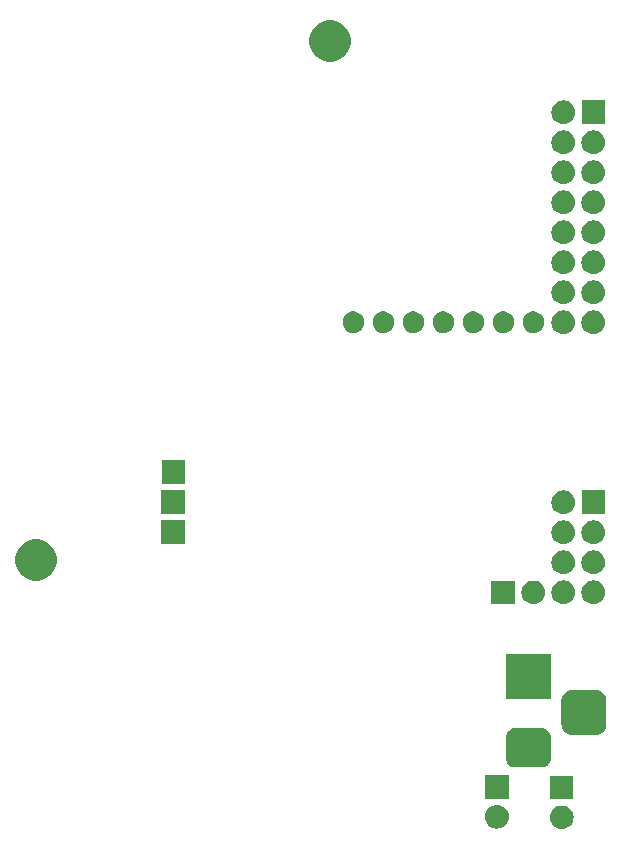
<source format=gbr>
G04 #@! TF.GenerationSoftware,KiCad,Pcbnew,5.0.2+dfsg1-1~bpo9+1*
G04 #@! TF.CreationDate,2019-07-09T17:18:54+02:00*
G04 #@! TF.ProjectId,sensoricnet_shield,73656e73-6f72-4696-936e-65745f736869,1.0*
G04 #@! TF.SameCoordinates,Original*
G04 #@! TF.FileFunction,Soldermask,Bot*
G04 #@! TF.FilePolarity,Negative*
%FSLAX46Y46*%
G04 Gerber Fmt 4.6, Leading zero omitted, Abs format (unit mm)*
G04 Created by KiCad (PCBNEW 5.0.2+dfsg1-1~bpo9+1) date Tue 09 Jul 2019 05:18:54 PM CEST*
%MOMM*%
%LPD*%
G01*
G04 APERTURE LIST*
%ADD10C,0.100000*%
G04 APERTURE END LIST*
D10*
G36*
X191173550Y-123179829D02*
X191173553Y-123179830D01*
X191173554Y-123179830D01*
X191362055Y-123237011D01*
X191362057Y-123237012D01*
X191535780Y-123329869D01*
X191688048Y-123454832D01*
X191813011Y-123607100D01*
X191905868Y-123780823D01*
X191963051Y-123969330D01*
X191982358Y-124165360D01*
X191963051Y-124361390D01*
X191905868Y-124549897D01*
X191813011Y-124723620D01*
X191688048Y-124875888D01*
X191535780Y-125000851D01*
X191535778Y-125000852D01*
X191362055Y-125093709D01*
X191173554Y-125150890D01*
X191173553Y-125150890D01*
X191173550Y-125150891D01*
X191026644Y-125165360D01*
X190928396Y-125165360D01*
X190781490Y-125150891D01*
X190781487Y-125150890D01*
X190781486Y-125150890D01*
X190592985Y-125093709D01*
X190419262Y-125000852D01*
X190419260Y-125000851D01*
X190266992Y-124875888D01*
X190142029Y-124723620D01*
X190049172Y-124549897D01*
X189991989Y-124361390D01*
X189972682Y-124165360D01*
X189991989Y-123969330D01*
X190049172Y-123780823D01*
X190142029Y-123607100D01*
X190266992Y-123454832D01*
X190419260Y-123329869D01*
X190592983Y-123237012D01*
X190592985Y-123237011D01*
X190781486Y-123179830D01*
X190781487Y-123179830D01*
X190781490Y-123179829D01*
X190928396Y-123165360D01*
X191026644Y-123165360D01*
X191173550Y-123179829D01*
X191173550Y-123179829D01*
G37*
G36*
X185687150Y-123129029D02*
X185687153Y-123129030D01*
X185687154Y-123129030D01*
X185875655Y-123186211D01*
X185875657Y-123186212D01*
X186049380Y-123279069D01*
X186201648Y-123404032D01*
X186326611Y-123556300D01*
X186419468Y-123730023D01*
X186476651Y-123918530D01*
X186495958Y-124114560D01*
X186476651Y-124310590D01*
X186419468Y-124499097D01*
X186326611Y-124672820D01*
X186201648Y-124825088D01*
X186049380Y-124950051D01*
X186049378Y-124950052D01*
X185875655Y-125042909D01*
X185687154Y-125100090D01*
X185687153Y-125100090D01*
X185687150Y-125100091D01*
X185540244Y-125114560D01*
X185441996Y-125114560D01*
X185295090Y-125100091D01*
X185295087Y-125100090D01*
X185295086Y-125100090D01*
X185106585Y-125042909D01*
X184932862Y-124950052D01*
X184932860Y-124950051D01*
X184780592Y-124825088D01*
X184655629Y-124672820D01*
X184562772Y-124499097D01*
X184505589Y-124310590D01*
X184486282Y-124114560D01*
X184505589Y-123918530D01*
X184562772Y-123730023D01*
X184655629Y-123556300D01*
X184780592Y-123404032D01*
X184932860Y-123279069D01*
X185106583Y-123186212D01*
X185106585Y-123186211D01*
X185295086Y-123129030D01*
X185295087Y-123129030D01*
X185295090Y-123129029D01*
X185441996Y-123114560D01*
X185540244Y-123114560D01*
X185687150Y-123129029D01*
X185687150Y-123129029D01*
G37*
G36*
X191977520Y-122625360D02*
X189977520Y-122625360D01*
X189977520Y-120625360D01*
X191977520Y-120625360D01*
X191977520Y-122625360D01*
X191977520Y-122625360D01*
G37*
G36*
X186491120Y-122574560D02*
X184491120Y-122574560D01*
X184491120Y-120574560D01*
X186491120Y-120574560D01*
X186491120Y-122574560D01*
X186491120Y-122574560D01*
G37*
G36*
X189443255Y-116640604D02*
X189586187Y-116683962D01*
X189717908Y-116754368D01*
X189833361Y-116849119D01*
X189928112Y-116964572D01*
X189998518Y-117096293D01*
X190041876Y-117239225D01*
X190057120Y-117394000D01*
X190057120Y-119156720D01*
X190041876Y-119311495D01*
X189998518Y-119454427D01*
X189928112Y-119586148D01*
X189833361Y-119701601D01*
X189717908Y-119796352D01*
X189586187Y-119866758D01*
X189443255Y-119910116D01*
X189288480Y-119925360D01*
X187025760Y-119925360D01*
X186870985Y-119910116D01*
X186728053Y-119866758D01*
X186596332Y-119796352D01*
X186480879Y-119701601D01*
X186386128Y-119586148D01*
X186315722Y-119454427D01*
X186272364Y-119311495D01*
X186257120Y-119156720D01*
X186257120Y-117394000D01*
X186272364Y-117239225D01*
X186315722Y-117096293D01*
X186386128Y-116964572D01*
X186480879Y-116849119D01*
X186596332Y-116754368D01*
X186728053Y-116683962D01*
X186870985Y-116640604D01*
X187025760Y-116625360D01*
X189288480Y-116625360D01*
X189443255Y-116640604D01*
X189443255Y-116640604D01*
G37*
G36*
X194042641Y-113393006D02*
X194209022Y-113443477D01*
X194362355Y-113525435D01*
X194496750Y-113635730D01*
X194607045Y-113770125D01*
X194689003Y-113923458D01*
X194739474Y-114089839D01*
X194757120Y-114269000D01*
X194757120Y-116281720D01*
X194739474Y-116460881D01*
X194689003Y-116627262D01*
X194607045Y-116780595D01*
X194496750Y-116914990D01*
X194362355Y-117025285D01*
X194209022Y-117107243D01*
X194042641Y-117157714D01*
X193863480Y-117175360D01*
X191850760Y-117175360D01*
X191671599Y-117157714D01*
X191505218Y-117107243D01*
X191351885Y-117025285D01*
X191217490Y-116914990D01*
X191107195Y-116780595D01*
X191025237Y-116627262D01*
X190974766Y-116460881D01*
X190957120Y-116281720D01*
X190957120Y-114269000D01*
X190974766Y-114089839D01*
X191025237Y-113923458D01*
X191107195Y-113770125D01*
X191217490Y-113635730D01*
X191351885Y-113525435D01*
X191505218Y-113443477D01*
X191671599Y-113393006D01*
X191850760Y-113375360D01*
X193863480Y-113375360D01*
X194042641Y-113393006D01*
X194042641Y-113393006D01*
G37*
G36*
X190057120Y-114175360D02*
X186257120Y-114175360D01*
X186257120Y-110375360D01*
X190057120Y-110375360D01*
X190057120Y-114175360D01*
X190057120Y-114175360D01*
G37*
G36*
X187024520Y-106115360D02*
X185024520Y-106115360D01*
X185024520Y-104115360D01*
X187024520Y-104115360D01*
X187024520Y-106115360D01*
X187024520Y-106115360D01*
G37*
G36*
X188760550Y-104129829D02*
X188760553Y-104129830D01*
X188760554Y-104129830D01*
X188949055Y-104187011D01*
X188949057Y-104187012D01*
X189122780Y-104279869D01*
X189275048Y-104404832D01*
X189400011Y-104557100D01*
X189400012Y-104557102D01*
X189492869Y-104730825D01*
X189550050Y-104919326D01*
X189550051Y-104919330D01*
X189569358Y-105115360D01*
X189550051Y-105311390D01*
X189492868Y-105499897D01*
X189400011Y-105673620D01*
X189275048Y-105825888D01*
X189122780Y-105950851D01*
X189122778Y-105950852D01*
X188949055Y-106043709D01*
X188760554Y-106100890D01*
X188760553Y-106100890D01*
X188760550Y-106100891D01*
X188613644Y-106115360D01*
X188515396Y-106115360D01*
X188368490Y-106100891D01*
X188368487Y-106100890D01*
X188368486Y-106100890D01*
X188179985Y-106043709D01*
X188006262Y-105950852D01*
X188006260Y-105950851D01*
X187853992Y-105825888D01*
X187729029Y-105673620D01*
X187636172Y-105499897D01*
X187578989Y-105311390D01*
X187559682Y-105115360D01*
X187578989Y-104919330D01*
X187578990Y-104919326D01*
X187636171Y-104730825D01*
X187729028Y-104557102D01*
X187729029Y-104557100D01*
X187853992Y-104404832D01*
X188006260Y-104279869D01*
X188179983Y-104187012D01*
X188179985Y-104187011D01*
X188368486Y-104129830D01*
X188368487Y-104129830D01*
X188368490Y-104129829D01*
X188515396Y-104115360D01*
X188613644Y-104115360D01*
X188760550Y-104129829D01*
X188760550Y-104129829D01*
G37*
G36*
X193853250Y-104117129D02*
X193853253Y-104117130D01*
X193853254Y-104117130D01*
X194041755Y-104174311D01*
X194041757Y-104174312D01*
X194215480Y-104267169D01*
X194367748Y-104392132D01*
X194492711Y-104544400D01*
X194585568Y-104718123D01*
X194642751Y-104906630D01*
X194662058Y-105102660D01*
X194642751Y-105298690D01*
X194642750Y-105298693D01*
X194642750Y-105298694D01*
X194638898Y-105311394D01*
X194585568Y-105487197D01*
X194492711Y-105660920D01*
X194367748Y-105813188D01*
X194215480Y-105938151D01*
X194215478Y-105938152D01*
X194041755Y-106031009D01*
X193853254Y-106088190D01*
X193853253Y-106088190D01*
X193853250Y-106088191D01*
X193706344Y-106102660D01*
X193608096Y-106102660D01*
X193461190Y-106088191D01*
X193461187Y-106088190D01*
X193461186Y-106088190D01*
X193272685Y-106031009D01*
X193098962Y-105938152D01*
X193098960Y-105938151D01*
X192946692Y-105813188D01*
X192821729Y-105660920D01*
X192728872Y-105487197D01*
X192675543Y-105311394D01*
X192671690Y-105298694D01*
X192671690Y-105298693D01*
X192671689Y-105298690D01*
X192652382Y-105102660D01*
X192671689Y-104906630D01*
X192728872Y-104718123D01*
X192821729Y-104544400D01*
X192946692Y-104392132D01*
X193098960Y-104267169D01*
X193272683Y-104174312D01*
X193272685Y-104174311D01*
X193461186Y-104117130D01*
X193461187Y-104117130D01*
X193461190Y-104117129D01*
X193608096Y-104102660D01*
X193706344Y-104102660D01*
X193853250Y-104117129D01*
X193853250Y-104117129D01*
G37*
G36*
X191313250Y-104117129D02*
X191313253Y-104117130D01*
X191313254Y-104117130D01*
X191501755Y-104174311D01*
X191501757Y-104174312D01*
X191675480Y-104267169D01*
X191827748Y-104392132D01*
X191952711Y-104544400D01*
X192045568Y-104718123D01*
X192102751Y-104906630D01*
X192122058Y-105102660D01*
X192102751Y-105298690D01*
X192102750Y-105298693D01*
X192102750Y-105298694D01*
X192098898Y-105311394D01*
X192045568Y-105487197D01*
X191952711Y-105660920D01*
X191827748Y-105813188D01*
X191675480Y-105938151D01*
X191675478Y-105938152D01*
X191501755Y-106031009D01*
X191313254Y-106088190D01*
X191313253Y-106088190D01*
X191313250Y-106088191D01*
X191166344Y-106102660D01*
X191068096Y-106102660D01*
X190921190Y-106088191D01*
X190921187Y-106088190D01*
X190921186Y-106088190D01*
X190732685Y-106031009D01*
X190558962Y-105938152D01*
X190558960Y-105938151D01*
X190406692Y-105813188D01*
X190281729Y-105660920D01*
X190188872Y-105487197D01*
X190135543Y-105311394D01*
X190131690Y-105298694D01*
X190131690Y-105298693D01*
X190131689Y-105298690D01*
X190112382Y-105102660D01*
X190131689Y-104906630D01*
X190188872Y-104718123D01*
X190281729Y-104544400D01*
X190406692Y-104392132D01*
X190558960Y-104267169D01*
X190732683Y-104174312D01*
X190732685Y-104174311D01*
X190921186Y-104117130D01*
X190921187Y-104117130D01*
X190921190Y-104117129D01*
X191068096Y-104102660D01*
X191166344Y-104102660D01*
X191313250Y-104117129D01*
X191313250Y-104117129D01*
G37*
G36*
X146987176Y-100689411D02*
X147305656Y-100821330D01*
X147592280Y-101012846D01*
X147836034Y-101256600D01*
X148027550Y-101543224D01*
X148159469Y-101861704D01*
X148226720Y-102199800D01*
X148226720Y-102544520D01*
X148159469Y-102882616D01*
X148027550Y-103201096D01*
X147836034Y-103487720D01*
X147592280Y-103731474D01*
X147305656Y-103922990D01*
X146987176Y-104054909D01*
X146649080Y-104122160D01*
X146304360Y-104122160D01*
X145966264Y-104054909D01*
X145647784Y-103922990D01*
X145361160Y-103731474D01*
X145117406Y-103487720D01*
X144925890Y-103201096D01*
X144793971Y-102882616D01*
X144726720Y-102544520D01*
X144726720Y-102199800D01*
X144793971Y-101861704D01*
X144925890Y-101543224D01*
X145117406Y-101256600D01*
X145361160Y-101012846D01*
X145647784Y-100821330D01*
X145966264Y-100689411D01*
X146304360Y-100622160D01*
X146649080Y-100622160D01*
X146987176Y-100689411D01*
X146987176Y-100689411D01*
G37*
G36*
X193853250Y-101577129D02*
X193853253Y-101577130D01*
X193853254Y-101577130D01*
X194041755Y-101634311D01*
X194041757Y-101634312D01*
X194215480Y-101727169D01*
X194367748Y-101852132D01*
X194492711Y-102004400D01*
X194585568Y-102178123D01*
X194642751Y-102366630D01*
X194662058Y-102562660D01*
X194642751Y-102758690D01*
X194642750Y-102758693D01*
X194642750Y-102758694D01*
X194605159Y-102882616D01*
X194585568Y-102947197D01*
X194492711Y-103120920D01*
X194367748Y-103273188D01*
X194215480Y-103398151D01*
X194215478Y-103398152D01*
X194041755Y-103491009D01*
X193853254Y-103548190D01*
X193853253Y-103548190D01*
X193853250Y-103548191D01*
X193706344Y-103562660D01*
X193608096Y-103562660D01*
X193461190Y-103548191D01*
X193461187Y-103548190D01*
X193461186Y-103548190D01*
X193272685Y-103491009D01*
X193098962Y-103398152D01*
X193098960Y-103398151D01*
X192946692Y-103273188D01*
X192821729Y-103120920D01*
X192728872Y-102947197D01*
X192709282Y-102882616D01*
X192671690Y-102758694D01*
X192671690Y-102758693D01*
X192671689Y-102758690D01*
X192652382Y-102562660D01*
X192671689Y-102366630D01*
X192728872Y-102178123D01*
X192821729Y-102004400D01*
X192946692Y-101852132D01*
X193098960Y-101727169D01*
X193272683Y-101634312D01*
X193272685Y-101634311D01*
X193461186Y-101577130D01*
X193461187Y-101577130D01*
X193461190Y-101577129D01*
X193608096Y-101562660D01*
X193706344Y-101562660D01*
X193853250Y-101577129D01*
X193853250Y-101577129D01*
G37*
G36*
X191313250Y-101577129D02*
X191313253Y-101577130D01*
X191313254Y-101577130D01*
X191501755Y-101634311D01*
X191501757Y-101634312D01*
X191675480Y-101727169D01*
X191827748Y-101852132D01*
X191952711Y-102004400D01*
X192045568Y-102178123D01*
X192102751Y-102366630D01*
X192122058Y-102562660D01*
X192102751Y-102758690D01*
X192102750Y-102758693D01*
X192102750Y-102758694D01*
X192065159Y-102882616D01*
X192045568Y-102947197D01*
X191952711Y-103120920D01*
X191827748Y-103273188D01*
X191675480Y-103398151D01*
X191675478Y-103398152D01*
X191501755Y-103491009D01*
X191313254Y-103548190D01*
X191313253Y-103548190D01*
X191313250Y-103548191D01*
X191166344Y-103562660D01*
X191068096Y-103562660D01*
X190921190Y-103548191D01*
X190921187Y-103548190D01*
X190921186Y-103548190D01*
X190732685Y-103491009D01*
X190558962Y-103398152D01*
X190558960Y-103398151D01*
X190406692Y-103273188D01*
X190281729Y-103120920D01*
X190188872Y-102947197D01*
X190169282Y-102882616D01*
X190131690Y-102758694D01*
X190131690Y-102758693D01*
X190131689Y-102758690D01*
X190112382Y-102562660D01*
X190131689Y-102366630D01*
X190188872Y-102178123D01*
X190281729Y-102004400D01*
X190406692Y-101852132D01*
X190558960Y-101727169D01*
X190732683Y-101634312D01*
X190732685Y-101634311D01*
X190921186Y-101577130D01*
X190921187Y-101577130D01*
X190921190Y-101577129D01*
X191068096Y-101562660D01*
X191166344Y-101562660D01*
X191313250Y-101577129D01*
X191313250Y-101577129D01*
G37*
G36*
X193853250Y-99037129D02*
X193853253Y-99037130D01*
X193853254Y-99037130D01*
X194041755Y-99094311D01*
X194041757Y-99094312D01*
X194215480Y-99187169D01*
X194367748Y-99312132D01*
X194492711Y-99464400D01*
X194585568Y-99638123D01*
X194642751Y-99826630D01*
X194662058Y-100022660D01*
X194642751Y-100218690D01*
X194585568Y-100407197D01*
X194492711Y-100580920D01*
X194367748Y-100733188D01*
X194215480Y-100858151D01*
X194215478Y-100858152D01*
X194041755Y-100951009D01*
X193853254Y-101008190D01*
X193853253Y-101008190D01*
X193853250Y-101008191D01*
X193706344Y-101022660D01*
X193608096Y-101022660D01*
X193461190Y-101008191D01*
X193461187Y-101008190D01*
X193461186Y-101008190D01*
X193272685Y-100951009D01*
X193098962Y-100858152D01*
X193098960Y-100858151D01*
X192946692Y-100733188D01*
X192821729Y-100580920D01*
X192728872Y-100407197D01*
X192671689Y-100218690D01*
X192652382Y-100022660D01*
X192671689Y-99826630D01*
X192728872Y-99638123D01*
X192821729Y-99464400D01*
X192946692Y-99312132D01*
X193098960Y-99187169D01*
X193272683Y-99094312D01*
X193272685Y-99094311D01*
X193461186Y-99037130D01*
X193461187Y-99037130D01*
X193461190Y-99037129D01*
X193608096Y-99022660D01*
X193706344Y-99022660D01*
X193853250Y-99037129D01*
X193853250Y-99037129D01*
G37*
G36*
X191313250Y-99037129D02*
X191313253Y-99037130D01*
X191313254Y-99037130D01*
X191501755Y-99094311D01*
X191501757Y-99094312D01*
X191675480Y-99187169D01*
X191827748Y-99312132D01*
X191952711Y-99464400D01*
X192045568Y-99638123D01*
X192102751Y-99826630D01*
X192122058Y-100022660D01*
X192102751Y-100218690D01*
X192045568Y-100407197D01*
X191952711Y-100580920D01*
X191827748Y-100733188D01*
X191675480Y-100858151D01*
X191675478Y-100858152D01*
X191501755Y-100951009D01*
X191313254Y-101008190D01*
X191313253Y-101008190D01*
X191313250Y-101008191D01*
X191166344Y-101022660D01*
X191068096Y-101022660D01*
X190921190Y-101008191D01*
X190921187Y-101008190D01*
X190921186Y-101008190D01*
X190732685Y-100951009D01*
X190558962Y-100858152D01*
X190558960Y-100858151D01*
X190406692Y-100733188D01*
X190281729Y-100580920D01*
X190188872Y-100407197D01*
X190131689Y-100218690D01*
X190112382Y-100022660D01*
X190131689Y-99826630D01*
X190188872Y-99638123D01*
X190281729Y-99464400D01*
X190406692Y-99312132D01*
X190558960Y-99187169D01*
X190732683Y-99094312D01*
X190732685Y-99094311D01*
X190921186Y-99037130D01*
X190921187Y-99037130D01*
X190921190Y-99037129D01*
X191068096Y-99022660D01*
X191166344Y-99022660D01*
X191313250Y-99037129D01*
X191313250Y-99037129D01*
G37*
G36*
X159084520Y-101009960D02*
X157084520Y-101009960D01*
X157084520Y-99009960D01*
X159084520Y-99009960D01*
X159084520Y-101009960D01*
X159084520Y-101009960D01*
G37*
G36*
X191313250Y-96497129D02*
X191313253Y-96497130D01*
X191313254Y-96497130D01*
X191501755Y-96554311D01*
X191501757Y-96554312D01*
X191675480Y-96647169D01*
X191827748Y-96772132D01*
X191952711Y-96924400D01*
X192045568Y-97098123D01*
X192102751Y-97286630D01*
X192122058Y-97482660D01*
X192102751Y-97678690D01*
X192045568Y-97867197D01*
X191952711Y-98040920D01*
X191827748Y-98193188D01*
X191675480Y-98318151D01*
X191675478Y-98318152D01*
X191501755Y-98411009D01*
X191313254Y-98468190D01*
X191313253Y-98468190D01*
X191313250Y-98468191D01*
X191166344Y-98482660D01*
X191068096Y-98482660D01*
X190921190Y-98468191D01*
X190921187Y-98468190D01*
X190921186Y-98468190D01*
X190732685Y-98411009D01*
X190558962Y-98318152D01*
X190558960Y-98318151D01*
X190406692Y-98193188D01*
X190281729Y-98040920D01*
X190188872Y-97867197D01*
X190131689Y-97678690D01*
X190112382Y-97482660D01*
X190131689Y-97286630D01*
X190188872Y-97098123D01*
X190281729Y-96924400D01*
X190406692Y-96772132D01*
X190558960Y-96647169D01*
X190732683Y-96554312D01*
X190732685Y-96554311D01*
X190921186Y-96497130D01*
X190921187Y-96497130D01*
X190921190Y-96497129D01*
X191068096Y-96482660D01*
X191166344Y-96482660D01*
X191313250Y-96497129D01*
X191313250Y-96497129D01*
G37*
G36*
X194657220Y-98482660D02*
X192657220Y-98482660D01*
X192657220Y-96482660D01*
X194657220Y-96482660D01*
X194657220Y-98482660D01*
X194657220Y-98482660D01*
G37*
G36*
X159084520Y-98469960D02*
X157084520Y-98469960D01*
X157084520Y-96469960D01*
X159084520Y-96469960D01*
X159084520Y-98469960D01*
X159084520Y-98469960D01*
G37*
G36*
X159097220Y-95942660D02*
X157097220Y-95942660D01*
X157097220Y-93942660D01*
X159097220Y-93942660D01*
X159097220Y-95942660D01*
X159097220Y-95942660D01*
G37*
G36*
X191313250Y-81257129D02*
X191313253Y-81257130D01*
X191313254Y-81257130D01*
X191501755Y-81314311D01*
X191501757Y-81314312D01*
X191675480Y-81407169D01*
X191827748Y-81532132D01*
X191952711Y-81684400D01*
X191952712Y-81684402D01*
X192045569Y-81858125D01*
X192102750Y-82046626D01*
X192102751Y-82046630D01*
X192122058Y-82242660D01*
X192102751Y-82438690D01*
X192102750Y-82438693D01*
X192102750Y-82438694D01*
X192081520Y-82508681D01*
X192045568Y-82627197D01*
X191952711Y-82800920D01*
X191827748Y-82953188D01*
X191675480Y-83078151D01*
X191675478Y-83078152D01*
X191501755Y-83171009D01*
X191313254Y-83228190D01*
X191313253Y-83228190D01*
X191313250Y-83228191D01*
X191166344Y-83242660D01*
X191068096Y-83242660D01*
X190921190Y-83228191D01*
X190921187Y-83228190D01*
X190921186Y-83228190D01*
X190732685Y-83171009D01*
X190558962Y-83078152D01*
X190558960Y-83078151D01*
X190406692Y-82953188D01*
X190281729Y-82800920D01*
X190188872Y-82627197D01*
X190152921Y-82508681D01*
X190131690Y-82438694D01*
X190131690Y-82438693D01*
X190131689Y-82438690D01*
X190112382Y-82242660D01*
X190131689Y-82046630D01*
X190131690Y-82046626D01*
X190188871Y-81858125D01*
X190281728Y-81684402D01*
X190281729Y-81684400D01*
X190406692Y-81532132D01*
X190558960Y-81407169D01*
X190732683Y-81314312D01*
X190732685Y-81314311D01*
X190921186Y-81257130D01*
X190921187Y-81257130D01*
X190921190Y-81257129D01*
X191068096Y-81242660D01*
X191166344Y-81242660D01*
X191313250Y-81257129D01*
X191313250Y-81257129D01*
G37*
G36*
X193853250Y-81257129D02*
X193853253Y-81257130D01*
X193853254Y-81257130D01*
X194041755Y-81314311D01*
X194041757Y-81314312D01*
X194215480Y-81407169D01*
X194367748Y-81532132D01*
X194492711Y-81684400D01*
X194492712Y-81684402D01*
X194585569Y-81858125D01*
X194642750Y-82046626D01*
X194642751Y-82046630D01*
X194662058Y-82242660D01*
X194642751Y-82438690D01*
X194642750Y-82438693D01*
X194642750Y-82438694D01*
X194621520Y-82508681D01*
X194585568Y-82627197D01*
X194492711Y-82800920D01*
X194367748Y-82953188D01*
X194215480Y-83078151D01*
X194215478Y-83078152D01*
X194041755Y-83171009D01*
X193853254Y-83228190D01*
X193853253Y-83228190D01*
X193853250Y-83228191D01*
X193706344Y-83242660D01*
X193608096Y-83242660D01*
X193461190Y-83228191D01*
X193461187Y-83228190D01*
X193461186Y-83228190D01*
X193272685Y-83171009D01*
X193098962Y-83078152D01*
X193098960Y-83078151D01*
X192946692Y-82953188D01*
X192821729Y-82800920D01*
X192728872Y-82627197D01*
X192692921Y-82508681D01*
X192671690Y-82438694D01*
X192671690Y-82438693D01*
X192671689Y-82438690D01*
X192652382Y-82242660D01*
X192671689Y-82046630D01*
X192671690Y-82046626D01*
X192728871Y-81858125D01*
X192821728Y-81684402D01*
X192821729Y-81684400D01*
X192946692Y-81532132D01*
X193098960Y-81407169D01*
X193272683Y-81314312D01*
X193272685Y-81314311D01*
X193461186Y-81257130D01*
X193461187Y-81257130D01*
X193461190Y-81257129D01*
X193608096Y-81242660D01*
X193706344Y-81242660D01*
X193853250Y-81257129D01*
X193853250Y-81257129D01*
G37*
G36*
X173603241Y-81365707D02*
X173769213Y-81434455D01*
X173918589Y-81534265D01*
X174045615Y-81661291D01*
X174145425Y-81810667D01*
X174214173Y-81976639D01*
X174249220Y-82152834D01*
X174249220Y-82332486D01*
X174214173Y-82508681D01*
X174145425Y-82674653D01*
X174045615Y-82824029D01*
X173918589Y-82951055D01*
X173769213Y-83050865D01*
X173603241Y-83119613D01*
X173427046Y-83154660D01*
X173247394Y-83154660D01*
X173071199Y-83119613D01*
X172905227Y-83050865D01*
X172755851Y-82951055D01*
X172628825Y-82824029D01*
X172529015Y-82674653D01*
X172460267Y-82508681D01*
X172425220Y-82332486D01*
X172425220Y-82152834D01*
X172460267Y-81976639D01*
X172529015Y-81810667D01*
X172628825Y-81661291D01*
X172755851Y-81534265D01*
X172905227Y-81434455D01*
X173071199Y-81365707D01*
X173247394Y-81330660D01*
X173427046Y-81330660D01*
X173603241Y-81365707D01*
X173603241Y-81365707D01*
G37*
G36*
X176143241Y-81365707D02*
X176309213Y-81434455D01*
X176458589Y-81534265D01*
X176585615Y-81661291D01*
X176685425Y-81810667D01*
X176754173Y-81976639D01*
X176789220Y-82152834D01*
X176789220Y-82332486D01*
X176754173Y-82508681D01*
X176685425Y-82674653D01*
X176585615Y-82824029D01*
X176458589Y-82951055D01*
X176309213Y-83050865D01*
X176143241Y-83119613D01*
X175967046Y-83154660D01*
X175787394Y-83154660D01*
X175611199Y-83119613D01*
X175445227Y-83050865D01*
X175295851Y-82951055D01*
X175168825Y-82824029D01*
X175069015Y-82674653D01*
X175000267Y-82508681D01*
X174965220Y-82332486D01*
X174965220Y-82152834D01*
X175000267Y-81976639D01*
X175069015Y-81810667D01*
X175168825Y-81661291D01*
X175295851Y-81534265D01*
X175445227Y-81434455D01*
X175611199Y-81365707D01*
X175787394Y-81330660D01*
X175967046Y-81330660D01*
X176143241Y-81365707D01*
X176143241Y-81365707D01*
G37*
G36*
X178683241Y-81365707D02*
X178849213Y-81434455D01*
X178998589Y-81534265D01*
X179125615Y-81661291D01*
X179225425Y-81810667D01*
X179294173Y-81976639D01*
X179329220Y-82152834D01*
X179329220Y-82332486D01*
X179294173Y-82508681D01*
X179225425Y-82674653D01*
X179125615Y-82824029D01*
X178998589Y-82951055D01*
X178849213Y-83050865D01*
X178683241Y-83119613D01*
X178507046Y-83154660D01*
X178327394Y-83154660D01*
X178151199Y-83119613D01*
X177985227Y-83050865D01*
X177835851Y-82951055D01*
X177708825Y-82824029D01*
X177609015Y-82674653D01*
X177540267Y-82508681D01*
X177505220Y-82332486D01*
X177505220Y-82152834D01*
X177540267Y-81976639D01*
X177609015Y-81810667D01*
X177708825Y-81661291D01*
X177835851Y-81534265D01*
X177985227Y-81434455D01*
X178151199Y-81365707D01*
X178327394Y-81330660D01*
X178507046Y-81330660D01*
X178683241Y-81365707D01*
X178683241Y-81365707D01*
G37*
G36*
X181223241Y-81365707D02*
X181389213Y-81434455D01*
X181538589Y-81534265D01*
X181665615Y-81661291D01*
X181765425Y-81810667D01*
X181834173Y-81976639D01*
X181869220Y-82152834D01*
X181869220Y-82332486D01*
X181834173Y-82508681D01*
X181765425Y-82674653D01*
X181665615Y-82824029D01*
X181538589Y-82951055D01*
X181389213Y-83050865D01*
X181223241Y-83119613D01*
X181047046Y-83154660D01*
X180867394Y-83154660D01*
X180691199Y-83119613D01*
X180525227Y-83050865D01*
X180375851Y-82951055D01*
X180248825Y-82824029D01*
X180149015Y-82674653D01*
X180080267Y-82508681D01*
X180045220Y-82332486D01*
X180045220Y-82152834D01*
X180080267Y-81976639D01*
X180149015Y-81810667D01*
X180248825Y-81661291D01*
X180375851Y-81534265D01*
X180525227Y-81434455D01*
X180691199Y-81365707D01*
X180867394Y-81330660D01*
X181047046Y-81330660D01*
X181223241Y-81365707D01*
X181223241Y-81365707D01*
G37*
G36*
X183763241Y-81365707D02*
X183929213Y-81434455D01*
X184078589Y-81534265D01*
X184205615Y-81661291D01*
X184305425Y-81810667D01*
X184374173Y-81976639D01*
X184409220Y-82152834D01*
X184409220Y-82332486D01*
X184374173Y-82508681D01*
X184305425Y-82674653D01*
X184205615Y-82824029D01*
X184078589Y-82951055D01*
X183929213Y-83050865D01*
X183763241Y-83119613D01*
X183587046Y-83154660D01*
X183407394Y-83154660D01*
X183231199Y-83119613D01*
X183065227Y-83050865D01*
X182915851Y-82951055D01*
X182788825Y-82824029D01*
X182689015Y-82674653D01*
X182620267Y-82508681D01*
X182585220Y-82332486D01*
X182585220Y-82152834D01*
X182620267Y-81976639D01*
X182689015Y-81810667D01*
X182788825Y-81661291D01*
X182915851Y-81534265D01*
X183065227Y-81434455D01*
X183231199Y-81365707D01*
X183407394Y-81330660D01*
X183587046Y-81330660D01*
X183763241Y-81365707D01*
X183763241Y-81365707D01*
G37*
G36*
X186303241Y-81365707D02*
X186469213Y-81434455D01*
X186618589Y-81534265D01*
X186745615Y-81661291D01*
X186845425Y-81810667D01*
X186914173Y-81976639D01*
X186949220Y-82152834D01*
X186949220Y-82332486D01*
X186914173Y-82508681D01*
X186845425Y-82674653D01*
X186745615Y-82824029D01*
X186618589Y-82951055D01*
X186469213Y-83050865D01*
X186303241Y-83119613D01*
X186127046Y-83154660D01*
X185947394Y-83154660D01*
X185771199Y-83119613D01*
X185605227Y-83050865D01*
X185455851Y-82951055D01*
X185328825Y-82824029D01*
X185229015Y-82674653D01*
X185160267Y-82508681D01*
X185125220Y-82332486D01*
X185125220Y-82152834D01*
X185160267Y-81976639D01*
X185229015Y-81810667D01*
X185328825Y-81661291D01*
X185455851Y-81534265D01*
X185605227Y-81434455D01*
X185771199Y-81365707D01*
X185947394Y-81330660D01*
X186127046Y-81330660D01*
X186303241Y-81365707D01*
X186303241Y-81365707D01*
G37*
G36*
X188843241Y-81365707D02*
X189009213Y-81434455D01*
X189158589Y-81534265D01*
X189285615Y-81661291D01*
X189385425Y-81810667D01*
X189454173Y-81976639D01*
X189489220Y-82152834D01*
X189489220Y-82332486D01*
X189454173Y-82508681D01*
X189385425Y-82674653D01*
X189285615Y-82824029D01*
X189158589Y-82951055D01*
X189009213Y-83050865D01*
X188843241Y-83119613D01*
X188667046Y-83154660D01*
X188487394Y-83154660D01*
X188311199Y-83119613D01*
X188145227Y-83050865D01*
X187995851Y-82951055D01*
X187868825Y-82824029D01*
X187769015Y-82674653D01*
X187700267Y-82508681D01*
X187665220Y-82332486D01*
X187665220Y-82152834D01*
X187700267Y-81976639D01*
X187769015Y-81810667D01*
X187868825Y-81661291D01*
X187995851Y-81534265D01*
X188145227Y-81434455D01*
X188311199Y-81365707D01*
X188487394Y-81330660D01*
X188667046Y-81330660D01*
X188843241Y-81365707D01*
X188843241Y-81365707D01*
G37*
G36*
X193853250Y-78717129D02*
X193853253Y-78717130D01*
X193853254Y-78717130D01*
X194041755Y-78774311D01*
X194041757Y-78774312D01*
X194215480Y-78867169D01*
X194367748Y-78992132D01*
X194492711Y-79144400D01*
X194585568Y-79318123D01*
X194642751Y-79506630D01*
X194662058Y-79702660D01*
X194642751Y-79898690D01*
X194585568Y-80087197D01*
X194492711Y-80260920D01*
X194367748Y-80413188D01*
X194215480Y-80538151D01*
X194215478Y-80538152D01*
X194041755Y-80631009D01*
X193853254Y-80688190D01*
X193853253Y-80688190D01*
X193853250Y-80688191D01*
X193706344Y-80702660D01*
X193608096Y-80702660D01*
X193461190Y-80688191D01*
X193461187Y-80688190D01*
X193461186Y-80688190D01*
X193272685Y-80631009D01*
X193098962Y-80538152D01*
X193098960Y-80538151D01*
X192946692Y-80413188D01*
X192821729Y-80260920D01*
X192728872Y-80087197D01*
X192671689Y-79898690D01*
X192652382Y-79702660D01*
X192671689Y-79506630D01*
X192728872Y-79318123D01*
X192821729Y-79144400D01*
X192946692Y-78992132D01*
X193098960Y-78867169D01*
X193272683Y-78774312D01*
X193272685Y-78774311D01*
X193461186Y-78717130D01*
X193461187Y-78717130D01*
X193461190Y-78717129D01*
X193608096Y-78702660D01*
X193706344Y-78702660D01*
X193853250Y-78717129D01*
X193853250Y-78717129D01*
G37*
G36*
X191313250Y-78717129D02*
X191313253Y-78717130D01*
X191313254Y-78717130D01*
X191501755Y-78774311D01*
X191501757Y-78774312D01*
X191675480Y-78867169D01*
X191827748Y-78992132D01*
X191952711Y-79144400D01*
X192045568Y-79318123D01*
X192102751Y-79506630D01*
X192122058Y-79702660D01*
X192102751Y-79898690D01*
X192045568Y-80087197D01*
X191952711Y-80260920D01*
X191827748Y-80413188D01*
X191675480Y-80538151D01*
X191675478Y-80538152D01*
X191501755Y-80631009D01*
X191313254Y-80688190D01*
X191313253Y-80688190D01*
X191313250Y-80688191D01*
X191166344Y-80702660D01*
X191068096Y-80702660D01*
X190921190Y-80688191D01*
X190921187Y-80688190D01*
X190921186Y-80688190D01*
X190732685Y-80631009D01*
X190558962Y-80538152D01*
X190558960Y-80538151D01*
X190406692Y-80413188D01*
X190281729Y-80260920D01*
X190188872Y-80087197D01*
X190131689Y-79898690D01*
X190112382Y-79702660D01*
X190131689Y-79506630D01*
X190188872Y-79318123D01*
X190281729Y-79144400D01*
X190406692Y-78992132D01*
X190558960Y-78867169D01*
X190732683Y-78774312D01*
X190732685Y-78774311D01*
X190921186Y-78717130D01*
X190921187Y-78717130D01*
X190921190Y-78717129D01*
X191068096Y-78702660D01*
X191166344Y-78702660D01*
X191313250Y-78717129D01*
X191313250Y-78717129D01*
G37*
G36*
X193853250Y-76177129D02*
X193853253Y-76177130D01*
X193853254Y-76177130D01*
X194041755Y-76234311D01*
X194041757Y-76234312D01*
X194215480Y-76327169D01*
X194367748Y-76452132D01*
X194492711Y-76604400D01*
X194585568Y-76778123D01*
X194642751Y-76966630D01*
X194662058Y-77162660D01*
X194642751Y-77358690D01*
X194585568Y-77547197D01*
X194492711Y-77720920D01*
X194367748Y-77873188D01*
X194215480Y-77998151D01*
X194215478Y-77998152D01*
X194041755Y-78091009D01*
X193853254Y-78148190D01*
X193853253Y-78148190D01*
X193853250Y-78148191D01*
X193706344Y-78162660D01*
X193608096Y-78162660D01*
X193461190Y-78148191D01*
X193461187Y-78148190D01*
X193461186Y-78148190D01*
X193272685Y-78091009D01*
X193098962Y-77998152D01*
X193098960Y-77998151D01*
X192946692Y-77873188D01*
X192821729Y-77720920D01*
X192728872Y-77547197D01*
X192671689Y-77358690D01*
X192652382Y-77162660D01*
X192671689Y-76966630D01*
X192728872Y-76778123D01*
X192821729Y-76604400D01*
X192946692Y-76452132D01*
X193098960Y-76327169D01*
X193272683Y-76234312D01*
X193272685Y-76234311D01*
X193461186Y-76177130D01*
X193461187Y-76177130D01*
X193461190Y-76177129D01*
X193608096Y-76162660D01*
X193706344Y-76162660D01*
X193853250Y-76177129D01*
X193853250Y-76177129D01*
G37*
G36*
X191313250Y-76177129D02*
X191313253Y-76177130D01*
X191313254Y-76177130D01*
X191501755Y-76234311D01*
X191501757Y-76234312D01*
X191675480Y-76327169D01*
X191827748Y-76452132D01*
X191952711Y-76604400D01*
X192045568Y-76778123D01*
X192102751Y-76966630D01*
X192122058Y-77162660D01*
X192102751Y-77358690D01*
X192045568Y-77547197D01*
X191952711Y-77720920D01*
X191827748Y-77873188D01*
X191675480Y-77998151D01*
X191675478Y-77998152D01*
X191501755Y-78091009D01*
X191313254Y-78148190D01*
X191313253Y-78148190D01*
X191313250Y-78148191D01*
X191166344Y-78162660D01*
X191068096Y-78162660D01*
X190921190Y-78148191D01*
X190921187Y-78148190D01*
X190921186Y-78148190D01*
X190732685Y-78091009D01*
X190558962Y-77998152D01*
X190558960Y-77998151D01*
X190406692Y-77873188D01*
X190281729Y-77720920D01*
X190188872Y-77547197D01*
X190131689Y-77358690D01*
X190112382Y-77162660D01*
X190131689Y-76966630D01*
X190188872Y-76778123D01*
X190281729Y-76604400D01*
X190406692Y-76452132D01*
X190558960Y-76327169D01*
X190732683Y-76234312D01*
X190732685Y-76234311D01*
X190921186Y-76177130D01*
X190921187Y-76177130D01*
X190921190Y-76177129D01*
X191068096Y-76162660D01*
X191166344Y-76162660D01*
X191313250Y-76177129D01*
X191313250Y-76177129D01*
G37*
G36*
X193853250Y-73637129D02*
X193853253Y-73637130D01*
X193853254Y-73637130D01*
X194041755Y-73694311D01*
X194041757Y-73694312D01*
X194215480Y-73787169D01*
X194367748Y-73912132D01*
X194492711Y-74064400D01*
X194585568Y-74238123D01*
X194642751Y-74426630D01*
X194662058Y-74622660D01*
X194642751Y-74818690D01*
X194585568Y-75007197D01*
X194492711Y-75180920D01*
X194367748Y-75333188D01*
X194215480Y-75458151D01*
X194215478Y-75458152D01*
X194041755Y-75551009D01*
X193853254Y-75608190D01*
X193853253Y-75608190D01*
X193853250Y-75608191D01*
X193706344Y-75622660D01*
X193608096Y-75622660D01*
X193461190Y-75608191D01*
X193461187Y-75608190D01*
X193461186Y-75608190D01*
X193272685Y-75551009D01*
X193098962Y-75458152D01*
X193098960Y-75458151D01*
X192946692Y-75333188D01*
X192821729Y-75180920D01*
X192728872Y-75007197D01*
X192671689Y-74818690D01*
X192652382Y-74622660D01*
X192671689Y-74426630D01*
X192728872Y-74238123D01*
X192821729Y-74064400D01*
X192946692Y-73912132D01*
X193098960Y-73787169D01*
X193272683Y-73694312D01*
X193272685Y-73694311D01*
X193461186Y-73637130D01*
X193461187Y-73637130D01*
X193461190Y-73637129D01*
X193608096Y-73622660D01*
X193706344Y-73622660D01*
X193853250Y-73637129D01*
X193853250Y-73637129D01*
G37*
G36*
X191313250Y-73637129D02*
X191313253Y-73637130D01*
X191313254Y-73637130D01*
X191501755Y-73694311D01*
X191501757Y-73694312D01*
X191675480Y-73787169D01*
X191827748Y-73912132D01*
X191952711Y-74064400D01*
X192045568Y-74238123D01*
X192102751Y-74426630D01*
X192122058Y-74622660D01*
X192102751Y-74818690D01*
X192045568Y-75007197D01*
X191952711Y-75180920D01*
X191827748Y-75333188D01*
X191675480Y-75458151D01*
X191675478Y-75458152D01*
X191501755Y-75551009D01*
X191313254Y-75608190D01*
X191313253Y-75608190D01*
X191313250Y-75608191D01*
X191166344Y-75622660D01*
X191068096Y-75622660D01*
X190921190Y-75608191D01*
X190921187Y-75608190D01*
X190921186Y-75608190D01*
X190732685Y-75551009D01*
X190558962Y-75458152D01*
X190558960Y-75458151D01*
X190406692Y-75333188D01*
X190281729Y-75180920D01*
X190188872Y-75007197D01*
X190131689Y-74818690D01*
X190112382Y-74622660D01*
X190131689Y-74426630D01*
X190188872Y-74238123D01*
X190281729Y-74064400D01*
X190406692Y-73912132D01*
X190558960Y-73787169D01*
X190732683Y-73694312D01*
X190732685Y-73694311D01*
X190921186Y-73637130D01*
X190921187Y-73637130D01*
X190921190Y-73637129D01*
X191068096Y-73622660D01*
X191166344Y-73622660D01*
X191313250Y-73637129D01*
X191313250Y-73637129D01*
G37*
G36*
X191313250Y-71097129D02*
X191313253Y-71097130D01*
X191313254Y-71097130D01*
X191501755Y-71154311D01*
X191501757Y-71154312D01*
X191675480Y-71247169D01*
X191827748Y-71372132D01*
X191952711Y-71524400D01*
X192045568Y-71698123D01*
X192102751Y-71886630D01*
X192122058Y-72082660D01*
X192102751Y-72278690D01*
X192045568Y-72467197D01*
X191952711Y-72640920D01*
X191827748Y-72793188D01*
X191675480Y-72918151D01*
X191675478Y-72918152D01*
X191501755Y-73011009D01*
X191313254Y-73068190D01*
X191313253Y-73068190D01*
X191313250Y-73068191D01*
X191166344Y-73082660D01*
X191068096Y-73082660D01*
X190921190Y-73068191D01*
X190921187Y-73068190D01*
X190921186Y-73068190D01*
X190732685Y-73011009D01*
X190558962Y-72918152D01*
X190558960Y-72918151D01*
X190406692Y-72793188D01*
X190281729Y-72640920D01*
X190188872Y-72467197D01*
X190131689Y-72278690D01*
X190112382Y-72082660D01*
X190131689Y-71886630D01*
X190188872Y-71698123D01*
X190281729Y-71524400D01*
X190406692Y-71372132D01*
X190558960Y-71247169D01*
X190732683Y-71154312D01*
X190732685Y-71154311D01*
X190921186Y-71097130D01*
X190921187Y-71097130D01*
X190921190Y-71097129D01*
X191068096Y-71082660D01*
X191166344Y-71082660D01*
X191313250Y-71097129D01*
X191313250Y-71097129D01*
G37*
G36*
X193853250Y-71097129D02*
X193853253Y-71097130D01*
X193853254Y-71097130D01*
X194041755Y-71154311D01*
X194041757Y-71154312D01*
X194215480Y-71247169D01*
X194367748Y-71372132D01*
X194492711Y-71524400D01*
X194585568Y-71698123D01*
X194642751Y-71886630D01*
X194662058Y-72082660D01*
X194642751Y-72278690D01*
X194585568Y-72467197D01*
X194492711Y-72640920D01*
X194367748Y-72793188D01*
X194215480Y-72918151D01*
X194215478Y-72918152D01*
X194041755Y-73011009D01*
X193853254Y-73068190D01*
X193853253Y-73068190D01*
X193853250Y-73068191D01*
X193706344Y-73082660D01*
X193608096Y-73082660D01*
X193461190Y-73068191D01*
X193461187Y-73068190D01*
X193461186Y-73068190D01*
X193272685Y-73011009D01*
X193098962Y-72918152D01*
X193098960Y-72918151D01*
X192946692Y-72793188D01*
X192821729Y-72640920D01*
X192728872Y-72467197D01*
X192671689Y-72278690D01*
X192652382Y-72082660D01*
X192671689Y-71886630D01*
X192728872Y-71698123D01*
X192821729Y-71524400D01*
X192946692Y-71372132D01*
X193098960Y-71247169D01*
X193272683Y-71154312D01*
X193272685Y-71154311D01*
X193461186Y-71097130D01*
X193461187Y-71097130D01*
X193461190Y-71097129D01*
X193608096Y-71082660D01*
X193706344Y-71082660D01*
X193853250Y-71097129D01*
X193853250Y-71097129D01*
G37*
G36*
X191313250Y-68557129D02*
X191313253Y-68557130D01*
X191313254Y-68557130D01*
X191501755Y-68614311D01*
X191501757Y-68614312D01*
X191675480Y-68707169D01*
X191827748Y-68832132D01*
X191952711Y-68984400D01*
X192045568Y-69158123D01*
X192102751Y-69346630D01*
X192122058Y-69542660D01*
X192102751Y-69738690D01*
X192045568Y-69927197D01*
X191952711Y-70100920D01*
X191827748Y-70253188D01*
X191675480Y-70378151D01*
X191675478Y-70378152D01*
X191501755Y-70471009D01*
X191313254Y-70528190D01*
X191313253Y-70528190D01*
X191313250Y-70528191D01*
X191166344Y-70542660D01*
X191068096Y-70542660D01*
X190921190Y-70528191D01*
X190921187Y-70528190D01*
X190921186Y-70528190D01*
X190732685Y-70471009D01*
X190558962Y-70378152D01*
X190558960Y-70378151D01*
X190406692Y-70253188D01*
X190281729Y-70100920D01*
X190188872Y-69927197D01*
X190131689Y-69738690D01*
X190112382Y-69542660D01*
X190131689Y-69346630D01*
X190188872Y-69158123D01*
X190281729Y-68984400D01*
X190406692Y-68832132D01*
X190558960Y-68707169D01*
X190732683Y-68614312D01*
X190732685Y-68614311D01*
X190921186Y-68557130D01*
X190921187Y-68557130D01*
X190921190Y-68557129D01*
X191068096Y-68542660D01*
X191166344Y-68542660D01*
X191313250Y-68557129D01*
X191313250Y-68557129D01*
G37*
G36*
X193853250Y-68557129D02*
X193853253Y-68557130D01*
X193853254Y-68557130D01*
X194041755Y-68614311D01*
X194041757Y-68614312D01*
X194215480Y-68707169D01*
X194367748Y-68832132D01*
X194492711Y-68984400D01*
X194585568Y-69158123D01*
X194642751Y-69346630D01*
X194662058Y-69542660D01*
X194642751Y-69738690D01*
X194585568Y-69927197D01*
X194492711Y-70100920D01*
X194367748Y-70253188D01*
X194215480Y-70378151D01*
X194215478Y-70378152D01*
X194041755Y-70471009D01*
X193853254Y-70528190D01*
X193853253Y-70528190D01*
X193853250Y-70528191D01*
X193706344Y-70542660D01*
X193608096Y-70542660D01*
X193461190Y-70528191D01*
X193461187Y-70528190D01*
X193461186Y-70528190D01*
X193272685Y-70471009D01*
X193098962Y-70378152D01*
X193098960Y-70378151D01*
X192946692Y-70253188D01*
X192821729Y-70100920D01*
X192728872Y-69927197D01*
X192671689Y-69738690D01*
X192652382Y-69542660D01*
X192671689Y-69346630D01*
X192728872Y-69158123D01*
X192821729Y-68984400D01*
X192946692Y-68832132D01*
X193098960Y-68707169D01*
X193272683Y-68614312D01*
X193272685Y-68614311D01*
X193461186Y-68557130D01*
X193461187Y-68557130D01*
X193461190Y-68557129D01*
X193608096Y-68542660D01*
X193706344Y-68542660D01*
X193853250Y-68557129D01*
X193853250Y-68557129D01*
G37*
G36*
X191313250Y-66017129D02*
X191313253Y-66017130D01*
X191313254Y-66017130D01*
X191501755Y-66074311D01*
X191501757Y-66074312D01*
X191675480Y-66167169D01*
X191827748Y-66292132D01*
X191952711Y-66444400D01*
X192045568Y-66618123D01*
X192102751Y-66806630D01*
X192122058Y-67002660D01*
X192102751Y-67198690D01*
X192045568Y-67387197D01*
X191952711Y-67560920D01*
X191827748Y-67713188D01*
X191675480Y-67838151D01*
X191675478Y-67838152D01*
X191501755Y-67931009D01*
X191313254Y-67988190D01*
X191313253Y-67988190D01*
X191313250Y-67988191D01*
X191166344Y-68002660D01*
X191068096Y-68002660D01*
X190921190Y-67988191D01*
X190921187Y-67988190D01*
X190921186Y-67988190D01*
X190732685Y-67931009D01*
X190558962Y-67838152D01*
X190558960Y-67838151D01*
X190406692Y-67713188D01*
X190281729Y-67560920D01*
X190188872Y-67387197D01*
X190131689Y-67198690D01*
X190112382Y-67002660D01*
X190131689Y-66806630D01*
X190188872Y-66618123D01*
X190281729Y-66444400D01*
X190406692Y-66292132D01*
X190558960Y-66167169D01*
X190732683Y-66074312D01*
X190732685Y-66074311D01*
X190921186Y-66017130D01*
X190921187Y-66017130D01*
X190921190Y-66017129D01*
X191068096Y-66002660D01*
X191166344Y-66002660D01*
X191313250Y-66017129D01*
X191313250Y-66017129D01*
G37*
G36*
X193853250Y-66017129D02*
X193853253Y-66017130D01*
X193853254Y-66017130D01*
X194041755Y-66074311D01*
X194041757Y-66074312D01*
X194215480Y-66167169D01*
X194367748Y-66292132D01*
X194492711Y-66444400D01*
X194585568Y-66618123D01*
X194642751Y-66806630D01*
X194662058Y-67002660D01*
X194642751Y-67198690D01*
X194585568Y-67387197D01*
X194492711Y-67560920D01*
X194367748Y-67713188D01*
X194215480Y-67838151D01*
X194215478Y-67838152D01*
X194041755Y-67931009D01*
X193853254Y-67988190D01*
X193853253Y-67988190D01*
X193853250Y-67988191D01*
X193706344Y-68002660D01*
X193608096Y-68002660D01*
X193461190Y-67988191D01*
X193461187Y-67988190D01*
X193461186Y-67988190D01*
X193272685Y-67931009D01*
X193098962Y-67838152D01*
X193098960Y-67838151D01*
X192946692Y-67713188D01*
X192821729Y-67560920D01*
X192728872Y-67387197D01*
X192671689Y-67198690D01*
X192652382Y-67002660D01*
X192671689Y-66806630D01*
X192728872Y-66618123D01*
X192821729Y-66444400D01*
X192946692Y-66292132D01*
X193098960Y-66167169D01*
X193272683Y-66074312D01*
X193272685Y-66074311D01*
X193461186Y-66017130D01*
X193461187Y-66017130D01*
X193461190Y-66017129D01*
X193608096Y-66002660D01*
X193706344Y-66002660D01*
X193853250Y-66017129D01*
X193853250Y-66017129D01*
G37*
G36*
X191313250Y-63477129D02*
X191313253Y-63477130D01*
X191313254Y-63477130D01*
X191501755Y-63534311D01*
X191501757Y-63534312D01*
X191675480Y-63627169D01*
X191827748Y-63752132D01*
X191952711Y-63904400D01*
X192045568Y-64078123D01*
X192102751Y-64266630D01*
X192122058Y-64462660D01*
X192102751Y-64658690D01*
X192045568Y-64847197D01*
X191952711Y-65020920D01*
X191827748Y-65173188D01*
X191675480Y-65298151D01*
X191675478Y-65298152D01*
X191501755Y-65391009D01*
X191313254Y-65448190D01*
X191313253Y-65448190D01*
X191313250Y-65448191D01*
X191166344Y-65462660D01*
X191068096Y-65462660D01*
X190921190Y-65448191D01*
X190921187Y-65448190D01*
X190921186Y-65448190D01*
X190732685Y-65391009D01*
X190558962Y-65298152D01*
X190558960Y-65298151D01*
X190406692Y-65173188D01*
X190281729Y-65020920D01*
X190188872Y-64847197D01*
X190131689Y-64658690D01*
X190112382Y-64462660D01*
X190131689Y-64266630D01*
X190188872Y-64078123D01*
X190281729Y-63904400D01*
X190406692Y-63752132D01*
X190558960Y-63627169D01*
X190732683Y-63534312D01*
X190732685Y-63534311D01*
X190921186Y-63477130D01*
X190921187Y-63477130D01*
X190921190Y-63477129D01*
X191068096Y-63462660D01*
X191166344Y-63462660D01*
X191313250Y-63477129D01*
X191313250Y-63477129D01*
G37*
G36*
X194657220Y-65462660D02*
X192657220Y-65462660D01*
X192657220Y-63462660D01*
X194657220Y-63462660D01*
X194657220Y-65462660D01*
X194657220Y-65462660D01*
G37*
G36*
X171879176Y-56747411D02*
X172197656Y-56879330D01*
X172484280Y-57070846D01*
X172728034Y-57314600D01*
X172919550Y-57601224D01*
X173051469Y-57919704D01*
X173118720Y-58257800D01*
X173118720Y-58602520D01*
X173051469Y-58940616D01*
X172919550Y-59259096D01*
X172728034Y-59545720D01*
X172484280Y-59789474D01*
X172197656Y-59980990D01*
X171879176Y-60112909D01*
X171541080Y-60180160D01*
X171196360Y-60180160D01*
X170858264Y-60112909D01*
X170539784Y-59980990D01*
X170253160Y-59789474D01*
X170009406Y-59545720D01*
X169817890Y-59259096D01*
X169685971Y-58940616D01*
X169618720Y-58602520D01*
X169618720Y-58257800D01*
X169685971Y-57919704D01*
X169817890Y-57601224D01*
X170009406Y-57314600D01*
X170253160Y-57070846D01*
X170539784Y-56879330D01*
X170858264Y-56747411D01*
X171196360Y-56680160D01*
X171541080Y-56680160D01*
X171879176Y-56747411D01*
X171879176Y-56747411D01*
G37*
M02*

</source>
